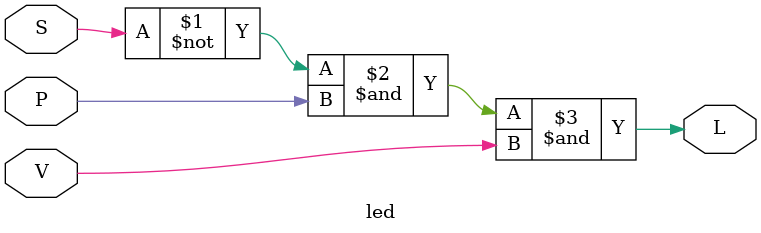
<source format=v>
module led (L, S, P, V);
    input S, P, V;
    output L;

    assign L = ~S & P & V;
endmodule
</source>
